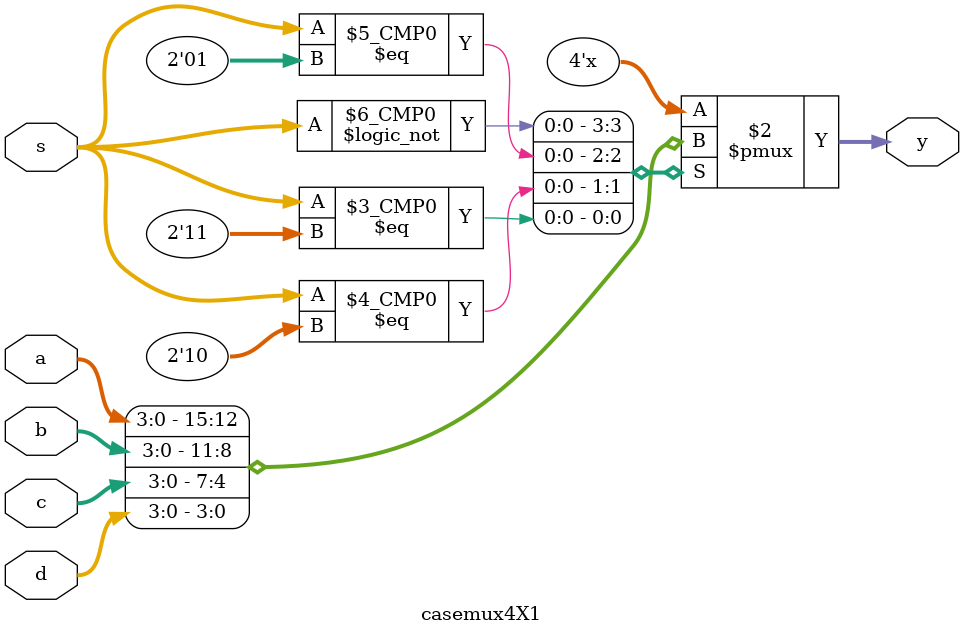
<source format=v>
module casemux4X1 (
input [3:0]a,b,c,d,
input [1:0]s,
output reg [3:0]y);

always @(*)
begin
case(s)
2'b00: y<=a;
2'b01: y<=b;
2'b10: y<=c;
2'b11: y<=d;
endcase
end
endmodule


</source>
